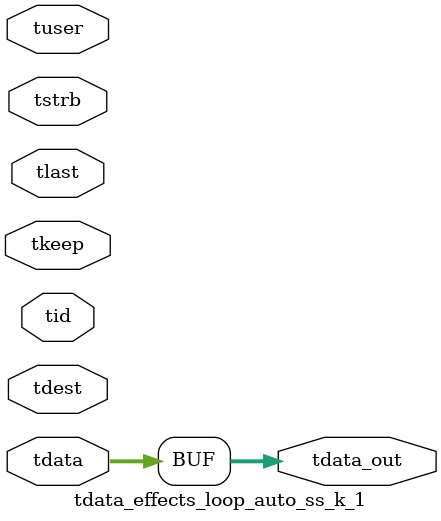
<source format=v>


`timescale 1ps/1ps

module tdata_effects_loop_auto_ss_k_1 #
(
parameter C_S_AXIS_TDATA_WIDTH = 32,
parameter C_S_AXIS_TUSER_WIDTH = 0,
parameter C_S_AXIS_TID_WIDTH   = 0,
parameter C_S_AXIS_TDEST_WIDTH = 0,
parameter C_M_AXIS_TDATA_WIDTH = 32
)
(
input  [(C_S_AXIS_TDATA_WIDTH == 0 ? 1 : C_S_AXIS_TDATA_WIDTH)-1:0     ] tdata,
input  [(C_S_AXIS_TUSER_WIDTH == 0 ? 1 : C_S_AXIS_TUSER_WIDTH)-1:0     ] tuser,
input  [(C_S_AXIS_TID_WIDTH   == 0 ? 1 : C_S_AXIS_TID_WIDTH)-1:0       ] tid,
input  [(C_S_AXIS_TDEST_WIDTH == 0 ? 1 : C_S_AXIS_TDEST_WIDTH)-1:0     ] tdest,
input  [(C_S_AXIS_TDATA_WIDTH/8)-1:0 ] tkeep,
input  [(C_S_AXIS_TDATA_WIDTH/8)-1:0 ] tstrb,
input                                                                    tlast,
output [C_M_AXIS_TDATA_WIDTH-1:0] tdata_out
);

assign tdata_out = {tdata[63:0]};

endmodule


</source>
